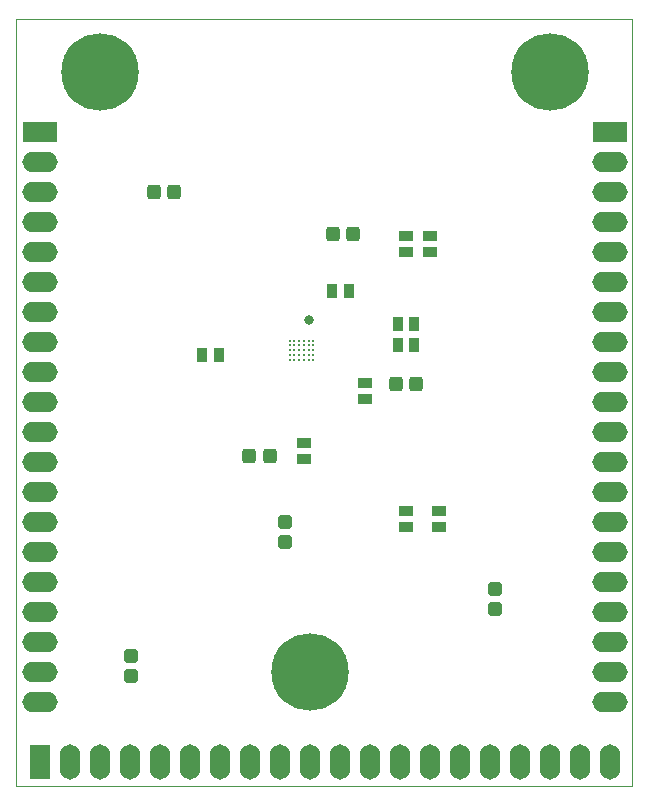
<source format=gts>
G04*
G04 #@! TF.GenerationSoftware,Altium Limited,Altium Designer,22.1.2 (22)*
G04*
G04 Layer_Color=8388736*
%FSLAX25Y25*%
%MOIN*%
G70*
G04*
G04 #@! TF.SameCoordinates,E10519B3-167D-45EA-A28F-B3D4EE67A307*
G04*
G04*
G04 #@! TF.FilePolarity,Negative*
G04*
G01*
G75*
%ADD15C,0.00400*%
%ADD20C,0.00945*%
G04:AMPARAMS|DCode=21|XSize=47.37mil|YSize=43.43mil|CornerRadius=8.43mil|HoleSize=0mil|Usage=FLASHONLY|Rotation=180.000|XOffset=0mil|YOffset=0mil|HoleType=Round|Shape=RoundedRectangle|*
%AMROUNDEDRECTD21*
21,1,0.04737,0.02657,0,0,180.0*
21,1,0.03051,0.04343,0,0,180.0*
1,1,0.01686,-0.01526,0.01329*
1,1,0.01686,0.01526,0.01329*
1,1,0.01686,0.01526,-0.01329*
1,1,0.01686,-0.01526,-0.01329*
%
%ADD21ROUNDEDRECTD21*%
G04:AMPARAMS|DCode=22|XSize=47.37mil|YSize=43.43mil|CornerRadius=8.43mil|HoleSize=0mil|Usage=FLASHONLY|Rotation=270.000|XOffset=0mil|YOffset=0mil|HoleType=Round|Shape=RoundedRectangle|*
%AMROUNDEDRECTD22*
21,1,0.04737,0.02657,0,0,270.0*
21,1,0.03051,0.04343,0,0,270.0*
1,1,0.01686,-0.01329,-0.01526*
1,1,0.01686,-0.01329,0.01526*
1,1,0.01686,0.01329,0.01526*
1,1,0.01686,0.01329,-0.01526*
%
%ADD22ROUNDEDRECTD22*%
%ADD23R,0.03753X0.04540*%
%ADD24R,0.04540X0.03753*%
%ADD25C,0.25800*%
%ADD26O,0.11800X0.06800*%
%ADD27R,0.11800X0.06800*%
%ADD28O,0.06800X0.11800*%
%ADD29R,0.06800X0.11800*%
%ADD30C,0.03200*%
D15*
X100000Y100000D02*
Y355600D01*
X305300D01*
Y100000D02*
Y355600D01*
X100000Y100000D02*
X305300D01*
D20*
X191238Y242193D02*
D03*
Y243768D02*
D03*
Y245342D02*
D03*
Y246917D02*
D03*
Y248492D02*
D03*
X192813Y242193D02*
D03*
Y243768D02*
D03*
Y245342D02*
D03*
Y246917D02*
D03*
Y248492D02*
D03*
X194388Y242193D02*
D03*
Y243768D02*
D03*
Y245342D02*
D03*
Y246917D02*
D03*
Y248492D02*
D03*
X195963Y242193D02*
D03*
Y243768D02*
D03*
Y245342D02*
D03*
Y246917D02*
D03*
Y248492D02*
D03*
X197537Y242193D02*
D03*
Y243768D02*
D03*
Y245342D02*
D03*
Y246917D02*
D03*
Y248492D02*
D03*
X199112Y242193D02*
D03*
Y243768D02*
D03*
Y245342D02*
D03*
Y246917D02*
D03*
Y248492D02*
D03*
D21*
X259600Y165893D02*
D03*
Y159200D02*
D03*
X189800Y181400D02*
D03*
Y188093D02*
D03*
X138400Y143347D02*
D03*
Y136653D02*
D03*
D22*
X177807Y209900D02*
D03*
X184500D02*
D03*
X226654Y234000D02*
D03*
X233347D02*
D03*
X146000Y298000D02*
D03*
X152693D02*
D03*
X205654Y284000D02*
D03*
X212347D02*
D03*
D23*
X162144Y243700D02*
D03*
X167656D02*
D03*
X232756Y254000D02*
D03*
X227244D02*
D03*
X232756Y247000D02*
D03*
X227244D02*
D03*
X211000Y265000D02*
D03*
X205488D02*
D03*
D24*
X216200Y228944D02*
D03*
Y234456D02*
D03*
X196000Y209000D02*
D03*
Y214512D02*
D03*
X230000Y186244D02*
D03*
Y191756D02*
D03*
X241000Y186244D02*
D03*
Y191756D02*
D03*
X238000Y278000D02*
D03*
Y283512D02*
D03*
X230000Y278044D02*
D03*
Y283556D02*
D03*
D25*
X278000Y338000D02*
D03*
X128000D02*
D03*
X198000Y138000D02*
D03*
D26*
X298000Y128000D02*
D03*
Y138000D02*
D03*
Y148000D02*
D03*
Y158000D02*
D03*
Y168000D02*
D03*
Y178000D02*
D03*
Y188000D02*
D03*
Y198000D02*
D03*
Y208000D02*
D03*
Y218000D02*
D03*
Y228000D02*
D03*
Y238000D02*
D03*
Y248000D02*
D03*
Y258000D02*
D03*
Y268000D02*
D03*
Y278000D02*
D03*
Y288000D02*
D03*
Y298000D02*
D03*
Y308000D02*
D03*
X108000Y128000D02*
D03*
Y138000D02*
D03*
Y148000D02*
D03*
Y158000D02*
D03*
Y168000D02*
D03*
Y178000D02*
D03*
Y188000D02*
D03*
Y198000D02*
D03*
Y208000D02*
D03*
Y218000D02*
D03*
Y228000D02*
D03*
Y238000D02*
D03*
Y248000D02*
D03*
Y258000D02*
D03*
Y268000D02*
D03*
Y278000D02*
D03*
Y288000D02*
D03*
Y298000D02*
D03*
Y308000D02*
D03*
D27*
X298000Y318000D02*
D03*
X108000D02*
D03*
D28*
X298000Y108000D02*
D03*
X288000D02*
D03*
X278000D02*
D03*
X268000D02*
D03*
X258000D02*
D03*
X248000D02*
D03*
X238000D02*
D03*
X228000D02*
D03*
X218000D02*
D03*
X208000D02*
D03*
X198000D02*
D03*
X188000D02*
D03*
X178000D02*
D03*
X168000D02*
D03*
X158000D02*
D03*
X148000D02*
D03*
X138000D02*
D03*
X128000D02*
D03*
X118000D02*
D03*
D29*
X108000D02*
D03*
D30*
X197537Y255300D02*
D03*
M02*

</source>
